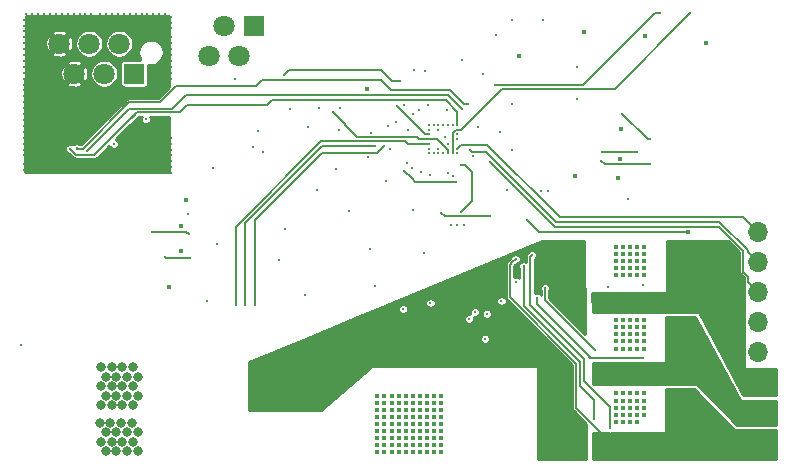
<source format=gbr>
G04 #@! TF.GenerationSoftware,KiCad,Pcbnew,5.0.2-bee76a0~70~ubuntu18.04.1*
G04 #@! TF.CreationDate,2020-05-08T14:17:04+02:00*
G04 #@! TF.ProjectId,board,626f6172-642e-46b6-9963-61645f706362,rev?*
G04 #@! TF.SameCoordinates,Original*
G04 #@! TF.FileFunction,Copper,L3,Inr*
G04 #@! TF.FilePolarity,Positive*
%FSLAX46Y46*%
G04 Gerber Fmt 4.6, Leading zero omitted, Abs format (unit mm)*
G04 Created by KiCad (PCBNEW 5.0.2-bee76a0~70~ubuntu18.04.1) date Fr 08 Mai 2020 14:17:04 CEST*
%MOMM*%
%LPD*%
G01*
G04 APERTURE LIST*
G04 #@! TA.AperFunction,ViaPad*
%ADD10O,1.700000X1.700000*%
G04 #@! TD*
G04 #@! TA.AperFunction,ViaPad*
%ADD11R,1.700000X1.700000*%
G04 #@! TD*
G04 #@! TA.AperFunction,ViaPad*
%ADD12R,1.800000X1.800000*%
G04 #@! TD*
G04 #@! TA.AperFunction,ViaPad*
%ADD13C,1.800000*%
G04 #@! TD*
G04 #@! TA.AperFunction,ViaPad*
%ADD14C,0.400000*%
G04 #@! TD*
G04 #@! TA.AperFunction,ViaPad*
%ADD15C,0.310000*%
G04 #@! TD*
G04 #@! TA.AperFunction,ViaPad*
%ADD16C,0.800000*%
G04 #@! TD*
G04 #@! TA.AperFunction,Conductor*
%ADD17C,0.152400*%
G04 #@! TD*
G04 #@! TA.AperFunction,Conductor*
%ADD18C,0.177800*%
G04 #@! TD*
G04 #@! TA.AperFunction,Conductor*
%ADD19C,0.254000*%
G04 #@! TD*
G04 APERTURE END LIST*
D10*
G04 #@! TO.N,/HALL1*
G04 #@! TO.C,J2*
X156000000Y-119329200D03*
G04 #@! TO.N,/HALL2*
X156000000Y-121869200D03*
G04 #@! TO.N,/HALL3*
X156000000Y-124409200D03*
G04 #@! TO.N,GND*
X156000000Y-126949200D03*
G04 #@! TO.N,+3V3*
X156000000Y-129489200D03*
G04 #@! TO.N,/PH1*
X156000000Y-132029200D03*
G04 #@! TO.N,/PH2*
X156000000Y-134569200D03*
D11*
G04 #@! TO.N,/PH3*
X156000000Y-137109200D03*
G04 #@! TD*
D12*
G04 #@! TO.N,/SDA*
G04 #@! TO.C,J9*
X113325000Y-101930000D03*
D13*
G04 #@! TO.N,/SCL*
X112055000Y-104470000D03*
G04 #@! TO.N,+3V3*
X110785000Y-101930000D03*
G04 #@! TO.N,GND*
X109515000Y-104470000D03*
G04 #@! TD*
G04 #@! TO.N,SHIELD*
G04 #@! TO.C,J5*
X96870000Y-103380000D03*
X98140000Y-105920000D03*
D12*
G04 #@! TO.N,/l_TX*
X103220000Y-105920000D03*
D13*
G04 #@! TO.N,/h_TX*
X101950000Y-103380000D03*
G04 #@! TO.N,/l_RX*
X100680000Y-105920000D03*
G04 #@! TO.N,/h_RX*
X99410000Y-103380000D03*
G04 #@! TD*
D14*
G04 #@! TO.N,+36V*
X129100000Y-127200000D03*
X128500000Y-127800000D03*
X124910000Y-127210000D03*
X126700000Y-127800000D03*
X129100000Y-129000000D03*
X129100000Y-127800000D03*
X128500000Y-127200000D03*
X124900000Y-129000000D03*
X126700000Y-128400000D03*
X126100000Y-127200000D03*
X126100000Y-129000000D03*
X124300000Y-127800000D03*
X126100000Y-128400000D03*
X126700000Y-127200000D03*
X123700000Y-127800000D03*
X126100000Y-127800000D03*
X127900000Y-127200000D03*
X124900000Y-127800000D03*
X127310000Y-127210000D03*
X124300000Y-128400000D03*
X127900000Y-129000000D03*
X127300000Y-127800000D03*
X123700000Y-128400000D03*
X125500000Y-129000000D03*
X125500000Y-127200000D03*
X123700000Y-127200000D03*
X124300000Y-129000000D03*
X127900000Y-127800000D03*
X127300000Y-129000000D03*
X125500000Y-128400000D03*
X128500000Y-128400000D03*
X128500000Y-129000000D03*
X123700000Y-129000000D03*
X124900000Y-128400000D03*
X129100000Y-128400000D03*
X127300000Y-128400000D03*
X127900000Y-128400000D03*
X125500000Y-127800000D03*
X126700000Y-129000000D03*
X124300000Y-127200000D03*
X141300000Y-102400000D03*
X141000000Y-120600000D03*
D15*
G04 #@! TO.N,Net-(C5-Pad2)*
X117700000Y-124650000D03*
X123600000Y-123900000D03*
X127748000Y-121100000D03*
X130050000Y-118700000D03*
G04 #@! TO.N,+3V3*
X128960000Y-112270000D03*
X128160000Y-112270000D03*
X133750000Y-106885000D03*
X111740000Y-106360000D03*
X115880000Y-106040000D03*
X125700000Y-106510000D03*
X136500000Y-118300000D03*
X133300000Y-118000000D03*
X104200000Y-109800000D03*
X134760000Y-115790000D03*
X130160000Y-110270000D03*
X126057511Y-114137511D03*
X130450000Y-115060000D03*
X128090000Y-108620000D03*
X129200000Y-117696400D03*
X129655000Y-108965000D03*
X128160000Y-110270000D03*
X147700000Y-100800000D03*
X129360000Y-112670000D03*
D14*
X150120000Y-119300000D03*
D15*
G04 #@! TO.N,Net-(DRV8323H1-Pad27)*
X126000000Y-125850000D03*
X130577003Y-118700000D03*
G04 #@! TO.N,/mosfet_bridges/GHA*
X143300000Y-124000000D03*
X131550000Y-126710000D03*
G04 #@! TO.N,/mosfet_bridges/GLA*
X146300000Y-123800000D03*
X133060000Y-126250000D03*
G04 #@! TO.N,/mosfet_bridges/GLB*
X137300000Y-124900000D03*
X146300000Y-130000000D03*
G04 #@! TO.N,/mosfet_bridges/GHB*
X142200000Y-129300000D03*
X138000000Y-124100000D03*
G04 #@! TO.N,/mosfet_bridges/GHC*
X136180000Y-122220000D03*
X142130025Y-135169975D03*
G04 #@! TO.N,/mosfet_bridges/GLC*
X136900000Y-121300000D03*
X143494805Y-135966469D03*
D14*
G04 #@! TO.N,GND*
X126800000Y-136800000D03*
X128000000Y-136800000D03*
X124400000Y-137400000D03*
X128000000Y-136200000D03*
X126200000Y-136200000D03*
X125000000Y-136200000D03*
X124400000Y-136800000D03*
X128000000Y-137400000D03*
X128600000Y-137400000D03*
X126200000Y-136800000D03*
X125010000Y-135610000D03*
X128600000Y-136800000D03*
X124400000Y-136200000D03*
X127400000Y-136800000D03*
X125600000Y-135600000D03*
X126800000Y-137400000D03*
X125000000Y-136800000D03*
X129200000Y-135600000D03*
X126800000Y-135600000D03*
X126200000Y-137400000D03*
X123800000Y-137400000D03*
X128000000Y-135600000D03*
X128600000Y-135600000D03*
X123800000Y-135600000D03*
X128600000Y-136200000D03*
X126200000Y-135600000D03*
X127410000Y-135610000D03*
X127400000Y-136200000D03*
X129200000Y-136800000D03*
X123800000Y-136800000D03*
X125600000Y-137400000D03*
X125600000Y-136200000D03*
X123800000Y-136200000D03*
X125000000Y-137400000D03*
X127400000Y-137400000D03*
X125600000Y-136800000D03*
X124400000Y-135600000D03*
X126800000Y-136200000D03*
X129200000Y-137400000D03*
X129200000Y-136200000D03*
X128600000Y-138000000D03*
X124400000Y-138000000D03*
X126800000Y-138000000D03*
X125600000Y-138000000D03*
X123800000Y-138000000D03*
X126200000Y-138000000D03*
X128000000Y-138000000D03*
X125000000Y-138000000D03*
X129200000Y-138000000D03*
X127400000Y-138000000D03*
X126800000Y-134400000D03*
X128000000Y-134400000D03*
X124400000Y-135000000D03*
X128000000Y-133800000D03*
X126200000Y-133800000D03*
X125000000Y-133800000D03*
X124400000Y-134400000D03*
X128000000Y-135000000D03*
X128600000Y-135000000D03*
X126200000Y-134400000D03*
X125010000Y-133210000D03*
X128600000Y-134400000D03*
X124400000Y-133800000D03*
X127400000Y-134400000D03*
X125600000Y-133200000D03*
X126800000Y-135000000D03*
X125000000Y-134400000D03*
X129200000Y-133200000D03*
X126800000Y-133200000D03*
X126200000Y-135000000D03*
X123800000Y-135000000D03*
X128000000Y-133200000D03*
X128600000Y-133200000D03*
X123800000Y-133200000D03*
X128600000Y-133800000D03*
X126200000Y-133200000D03*
X127410000Y-133210000D03*
X127400000Y-133800000D03*
X129200000Y-134400000D03*
X123800000Y-134400000D03*
X125600000Y-135000000D03*
X125600000Y-133800000D03*
X123800000Y-133800000D03*
X125000000Y-135000000D03*
X127400000Y-135000000D03*
X125600000Y-134400000D03*
X124400000Y-133200000D03*
X126800000Y-133800000D03*
X129200000Y-135000000D03*
X129200000Y-133800000D03*
X146400000Y-127400000D03*
X144600000Y-127400000D03*
X144600000Y-128600000D03*
X144600000Y-128000000D03*
X146400000Y-129200000D03*
X145800000Y-129200000D03*
X145200000Y-126800000D03*
X145800000Y-126800000D03*
X145800000Y-128000000D03*
X145200000Y-129200000D03*
X145200000Y-127400000D03*
X144600000Y-126800000D03*
X145800000Y-127400000D03*
X145800000Y-128600000D03*
X145200000Y-128600000D03*
X145200000Y-128000000D03*
X146400000Y-126800000D03*
X146400000Y-128000000D03*
X144600000Y-129200000D03*
X146400000Y-128600000D03*
X146400000Y-133600000D03*
X144600000Y-133600000D03*
X144600000Y-134800000D03*
X144600000Y-134200000D03*
X145800000Y-135400000D03*
X145200000Y-133000000D03*
X145800000Y-133000000D03*
X145800000Y-134200000D03*
X145200000Y-135400000D03*
X145200000Y-133600000D03*
X144600000Y-133000000D03*
X145800000Y-133600000D03*
X145800000Y-134800000D03*
X145200000Y-134800000D03*
X145200000Y-134200000D03*
X146400000Y-133000000D03*
X146400000Y-134200000D03*
X144600000Y-135400000D03*
X146400000Y-134800000D03*
X144000000Y-128000000D03*
X144000000Y-129200000D03*
X144000000Y-126800000D03*
X144000000Y-128600000D03*
X144000000Y-127400000D03*
X144000000Y-121200000D03*
X144000000Y-122400000D03*
X144000000Y-121800000D03*
X144000000Y-120600000D03*
X144000000Y-123000000D03*
X144000000Y-134800000D03*
X144000000Y-133600000D03*
X144000000Y-135400000D03*
X144000000Y-133000000D03*
X144000000Y-134200000D03*
X146400000Y-121200000D03*
X146400000Y-121800000D03*
X146400000Y-122400000D03*
X146400000Y-123000000D03*
X145800000Y-123000000D03*
X145800000Y-122400000D03*
X145800000Y-121800000D03*
X145800000Y-121200000D03*
X145800000Y-120600000D03*
X145200000Y-120600000D03*
X145200000Y-121200000D03*
X145200000Y-121800000D03*
X145200000Y-122400000D03*
X145200000Y-123000000D03*
X144600000Y-123000000D03*
X144600000Y-120600000D03*
X144600000Y-121800000D03*
X144600000Y-121200000D03*
X144600000Y-122400000D03*
D16*
X100300000Y-135500000D03*
X101200000Y-135500000D03*
X102100000Y-135500000D03*
X103000000Y-135500000D03*
X100800000Y-136300000D03*
X101700000Y-136300000D03*
X102600000Y-136300000D03*
X103500000Y-136300000D03*
X100400000Y-137100000D03*
X101300000Y-137100000D03*
X102200000Y-137100000D03*
X103100000Y-137100000D03*
X100800000Y-137900000D03*
X101700000Y-137900000D03*
X102600000Y-137900000D03*
X103500000Y-137900000D03*
D14*
X146400000Y-120600000D03*
D15*
X133860000Y-102690000D03*
X135200000Y-108500000D03*
X134200000Y-110900000D03*
X135200000Y-112400000D03*
X140700000Y-105400000D03*
X134300000Y-125167399D03*
X132900000Y-128360000D03*
X128290000Y-125350000D03*
X145000000Y-116500000D03*
X126800000Y-117500000D03*
X137812500Y-101400000D03*
X135200000Y-101400000D03*
X107800000Y-117850000D03*
X113700000Y-110800000D03*
X124510000Y-115040000D03*
X121370000Y-117590000D03*
X140680000Y-108090000D03*
X132720000Y-105960000D03*
X129550000Y-111270000D03*
X124740000Y-110340000D03*
X93610000Y-128920000D03*
X120320000Y-113980000D03*
X116000000Y-119050000D03*
X126050000Y-108610000D03*
X126360000Y-110690000D03*
G04 #@! TO.N,/HALL2*
X131610000Y-112370000D03*
G04 #@! TO.N,/HALL1*
X130560000Y-112270000D03*
G04 #@! TO.N,/HALL3*
X133330000Y-113390000D03*
D14*
G04 #@! TO.N,+5V*
X107200000Y-118800000D03*
X107200000Y-120975000D03*
X144200000Y-114800000D03*
X140500000Y-114600000D03*
X135800000Y-104400000D03*
X151600000Y-103300000D03*
X122960000Y-107250000D03*
X106180000Y-124020000D03*
X146500000Y-102700000D03*
X144316448Y-113113552D03*
X144400000Y-110600000D03*
X107590000Y-116630000D03*
G04 #@! TO.N,/PH1*
X149100000Y-124700000D03*
X149700000Y-125900000D03*
X149700000Y-124700000D03*
X149100000Y-125900000D03*
X149100000Y-125300000D03*
X149700000Y-125300000D03*
X150300000Y-125300000D03*
X150300000Y-125900000D03*
X150300000Y-124700000D03*
X151000000Y-124700000D03*
X151600000Y-125900000D03*
X151600000Y-124700000D03*
X151000000Y-125900000D03*
X151000000Y-125300000D03*
X151600000Y-125300000D03*
X152200000Y-125300000D03*
X152200000Y-125900000D03*
X152200000Y-124700000D03*
X151600000Y-122900000D03*
X152200000Y-124100000D03*
X152200000Y-122900000D03*
X151600000Y-124100000D03*
X151600000Y-123500000D03*
X152200000Y-123500000D03*
X152800000Y-123500000D03*
X152800000Y-124100000D03*
X152800000Y-122900000D03*
X152200000Y-126500000D03*
X152800000Y-127700000D03*
X152800000Y-126500000D03*
X152200000Y-127700000D03*
X152200000Y-127100000D03*
X152800000Y-127100000D03*
X153400000Y-127100000D03*
X153400000Y-127700000D03*
X153400000Y-126500000D03*
X152800000Y-124700000D03*
X153400000Y-125900000D03*
X153400000Y-124700000D03*
X152800000Y-125900000D03*
X152800000Y-125300000D03*
X153400000Y-125300000D03*
X154000000Y-125300000D03*
X154000000Y-125900000D03*
X154000000Y-124700000D03*
X151600000Y-121100000D03*
X152200000Y-121700000D03*
X152200000Y-122300000D03*
X152200000Y-121100000D03*
X151600000Y-122300000D03*
X152800000Y-122300000D03*
X152800000Y-121100000D03*
X151600000Y-121700000D03*
X152800000Y-121700000D03*
X153400000Y-122900000D03*
X154000000Y-124100000D03*
X153400000Y-124100000D03*
X153400000Y-123500000D03*
X153400000Y-121100000D03*
X153400000Y-122300000D03*
X153400000Y-121700000D03*
X154000000Y-126500000D03*
X154000000Y-127700000D03*
X154000000Y-127100000D03*
X151600000Y-126500000D03*
X152800000Y-128300000D03*
X153400000Y-128300000D03*
X154000000Y-128300000D03*
X152800000Y-128900000D03*
X153400000Y-128900000D03*
X154000000Y-128900000D03*
X154000000Y-129500000D03*
X153400000Y-129500000D03*
X154000000Y-130100000D03*
X153400000Y-130100000D03*
X154000000Y-130700000D03*
X154000000Y-131300000D03*
X144310000Y-124710000D03*
X144900000Y-125900000D03*
X144900000Y-125300000D03*
X145500000Y-124700000D03*
X144300000Y-125900000D03*
X144300000Y-125300000D03*
X145500000Y-125900000D03*
X146100000Y-124700000D03*
X144900000Y-124700000D03*
X146100000Y-125900000D03*
X145500000Y-125300000D03*
X146100000Y-125300000D03*
X146710000Y-124710000D03*
X147300000Y-125900000D03*
X147300000Y-125300000D03*
X147900000Y-124700000D03*
X146700000Y-125900000D03*
X146700000Y-125300000D03*
X147900000Y-125900000D03*
X148500000Y-124700000D03*
X147300000Y-124700000D03*
X148500000Y-125900000D03*
X147900000Y-125300000D03*
X148500000Y-125300000D03*
D15*
X132070000Y-126100000D03*
X143110000Y-126060000D03*
D14*
G04 #@! TO.N,/PH2*
X149600000Y-132000000D03*
X150200000Y-130800000D03*
X149600000Y-130800000D03*
X150200000Y-132000000D03*
X149600000Y-131400000D03*
X150200000Y-131400000D03*
X152600000Y-132000000D03*
X152600000Y-131400000D03*
X152000000Y-132000000D03*
X152000000Y-131400000D03*
X152600000Y-130800000D03*
X152000000Y-130800000D03*
X150800000Y-132000000D03*
X151400000Y-130800000D03*
X150800000Y-130800000D03*
X151400000Y-132000000D03*
X150800000Y-131400000D03*
X151400000Y-131400000D03*
X152000000Y-130200000D03*
X152000000Y-129600000D03*
X151400000Y-129000000D03*
X151400000Y-129600000D03*
X151400000Y-130200000D03*
X152600000Y-133200000D03*
X153200000Y-133200000D03*
X152600000Y-132600000D03*
X153200000Y-132600000D03*
X153200000Y-132000000D03*
X152000000Y-132600000D03*
X153800000Y-134400000D03*
X153200000Y-134400000D03*
X153800000Y-133800000D03*
X153200000Y-133800000D03*
X153800000Y-133200000D03*
X143600000Y-132000000D03*
X143600000Y-131400000D03*
X148400000Y-130800000D03*
X148400000Y-132000000D03*
X149000000Y-130800000D03*
X143600000Y-130800000D03*
X149000000Y-132000000D03*
X148400000Y-131400000D03*
X149000000Y-131400000D03*
X143100000Y-131400000D03*
X143100000Y-132000000D03*
D15*
X135548036Y-123532076D03*
D14*
X143110000Y-130810000D03*
G04 #@! TO.N,/PH3*
X149100000Y-137900000D03*
X150300000Y-137900000D03*
X149100000Y-138500000D03*
X148500000Y-137300000D03*
X149700000Y-138500000D03*
X149700000Y-137300000D03*
X150900000Y-137300000D03*
X151500000Y-138500000D03*
X149100000Y-136700000D03*
X149710000Y-136710000D03*
X151500000Y-137300000D03*
X148500000Y-138500000D03*
X149700000Y-137900000D03*
X148500000Y-137900000D03*
X150300000Y-138500000D03*
X151500000Y-137900000D03*
X150900000Y-136700000D03*
X150900000Y-137900000D03*
X151500000Y-136700000D03*
X150900000Y-138500000D03*
X149100000Y-137300000D03*
X150300000Y-136700000D03*
X148500000Y-136700000D03*
X150300000Y-137300000D03*
X152110000Y-136710000D03*
X153900000Y-137300000D03*
X152100000Y-138500000D03*
X153900000Y-137900000D03*
X153300000Y-136700000D03*
X153300000Y-138500000D03*
X153300000Y-137900000D03*
X153900000Y-136700000D03*
X153300000Y-137300000D03*
X152100000Y-137300000D03*
X152700000Y-138500000D03*
X152700000Y-136700000D03*
X152700000Y-137900000D03*
X152100000Y-137900000D03*
X152700000Y-137300000D03*
X153900000Y-138500000D03*
X153300000Y-136100000D03*
X151500000Y-136100000D03*
X151500000Y-135500000D03*
X152700000Y-135500000D03*
X152110000Y-135510000D03*
X152100000Y-136100000D03*
X152700000Y-136100000D03*
X151500000Y-134900000D03*
X152110000Y-134910000D03*
X151500000Y-134300000D03*
X143610000Y-136710000D03*
X144200000Y-137900000D03*
X144200000Y-137300000D03*
X144800000Y-136700000D03*
X143600000Y-137900000D03*
X143600000Y-137300000D03*
X144800000Y-137900000D03*
X145400000Y-136700000D03*
X144200000Y-136700000D03*
X145400000Y-137900000D03*
X144800000Y-137300000D03*
X145400000Y-137300000D03*
X143600000Y-138500000D03*
X145400000Y-138500000D03*
X144800000Y-138500000D03*
X144200000Y-138500000D03*
X146000000Y-137900000D03*
X147800000Y-137900000D03*
X147800000Y-138500000D03*
X147200000Y-137300000D03*
X147800000Y-136700000D03*
X146600000Y-136700000D03*
X146010000Y-136710000D03*
X147200000Y-138500000D03*
X146000000Y-137300000D03*
X147200000Y-137900000D03*
X146000000Y-138500000D03*
X146600000Y-138500000D03*
X146600000Y-137300000D03*
X147800000Y-137300000D03*
X147200000Y-136700000D03*
X146600000Y-137900000D03*
D15*
X135500000Y-121608700D03*
G04 #@! TO.N,SHIELD*
X104940000Y-106980000D03*
X105300000Y-106350000D03*
X105500000Y-105660000D03*
X104390000Y-107420000D03*
X103690000Y-107560000D03*
X102950000Y-107640000D03*
X102270000Y-107670000D03*
X106350000Y-106350000D03*
X106350000Y-105850000D03*
X106350000Y-105350000D03*
X106350000Y-104850000D03*
X106350000Y-104350000D03*
X106350000Y-103850000D03*
X106350000Y-103350000D03*
X106350000Y-102850000D03*
X106350000Y-102100000D03*
X106350000Y-101600000D03*
X106350000Y-101100000D03*
X105830000Y-100870000D03*
X105330000Y-100870000D03*
X104830000Y-100870000D03*
X104330000Y-100870000D03*
X103830000Y-100870000D03*
X103330000Y-100870000D03*
X102830000Y-100870000D03*
X102330000Y-100870000D03*
X101830000Y-100870000D03*
X101330000Y-100870000D03*
X100830000Y-100870000D03*
X100330000Y-100870000D03*
X99580000Y-100870000D03*
X99080000Y-100870000D03*
X98580000Y-100870000D03*
X98080000Y-100870000D03*
X97580000Y-100870000D03*
X97080000Y-100870000D03*
X96580000Y-100870000D03*
X96080000Y-100870000D03*
X95580000Y-100870000D03*
X95080000Y-100870000D03*
X94580000Y-100870000D03*
X94080000Y-100870000D03*
X93850000Y-101350000D03*
X93850000Y-101850000D03*
X93850000Y-102350000D03*
X93850000Y-102850000D03*
X93850000Y-103350000D03*
X93850000Y-103850000D03*
X93850000Y-104350000D03*
X93850000Y-104850000D03*
X93850000Y-105350000D03*
X93850000Y-105850000D03*
X93850000Y-106350000D03*
X93850000Y-106850000D03*
X93850000Y-107350000D03*
X93850000Y-107850000D03*
X93850000Y-108350000D03*
X93850000Y-108850000D03*
X93850000Y-109350000D03*
X93850000Y-109850000D03*
X93850000Y-110350000D03*
X93850000Y-110850000D03*
X93850000Y-111350000D03*
X93850000Y-111850000D03*
X93850000Y-112350000D03*
X93850000Y-112850000D03*
X93850000Y-113600000D03*
X93850000Y-114100000D03*
X94370000Y-114330000D03*
X94870000Y-114330000D03*
X95370000Y-114330000D03*
X95870000Y-114330000D03*
X96370000Y-114330000D03*
X96870000Y-114330000D03*
X97370000Y-114330000D03*
X97870000Y-114330000D03*
X98370000Y-114330000D03*
X98870000Y-114330000D03*
X99370000Y-114330000D03*
X99870000Y-114330000D03*
X100370000Y-114330000D03*
X100870000Y-114330000D03*
X101370000Y-114330000D03*
X101870000Y-114330000D03*
X102370000Y-114330000D03*
X102870000Y-114330000D03*
X103370000Y-114330000D03*
X103870000Y-114330000D03*
X104370000Y-114330000D03*
X104870000Y-114330000D03*
X105370000Y-114330000D03*
X105870000Y-114330000D03*
X106350000Y-114330000D03*
X106350000Y-113850000D03*
X106350000Y-113350000D03*
X106350000Y-112850000D03*
X106300000Y-112400000D03*
X106300000Y-111900000D03*
X106300000Y-111400000D03*
G04 #@! TO.N,Net-(R13-Pad1)*
X145785000Y-112600000D03*
X142817600Y-112590000D03*
G04 #@! TO.N,Net-(R13-Pad2)*
X142762409Y-113295191D03*
X146915000Y-113600000D03*
G04 #@! TO.N,Net-(R10-Pad2)*
X105820000Y-121420000D03*
X107910000Y-121529400D03*
G04 #@! TO.N,Net-(R11-Pad2)*
X146915000Y-111500000D03*
X144500000Y-109300000D03*
G04 #@! TO.N,/NEOPXL*
X109370000Y-125170000D03*
X130560000Y-111470000D03*
G04 #@! TO.N,/Encoder1_A*
X115450000Y-121670000D03*
X138270000Y-115830000D03*
G04 #@! TO.N,/Encoder1_B*
X110245000Y-120325000D03*
X137660000Y-115820000D03*
G04 #@! TO.N,Net-(DRV8323H1-Pad26)*
X123200000Y-120750000D03*
X131103901Y-118710475D03*
G04 #@! TO.N,/term_te*
X101500000Y-111900000D03*
X109900000Y-113900000D03*
G04 #@! TO.N,/SDA*
X114110000Y-112540000D03*
X126300000Y-113500000D03*
G04 #@! TO.N,/SCL*
X113250000Y-112100000D03*
X124840000Y-112340000D03*
D16*
G04 #@! TO.N,Net-(D1-Pad2)*
X100800000Y-133200000D03*
X101700000Y-133200000D03*
X102600000Y-133200000D03*
X103500000Y-133200000D03*
X100400000Y-130800000D03*
X101300000Y-130800000D03*
X102200000Y-130800000D03*
X103100000Y-130800000D03*
X100800000Y-131600000D03*
X101700000Y-131600000D03*
X102600000Y-131600000D03*
X103500000Y-131600000D03*
X100400000Y-132400000D03*
X101300000Y-132400000D03*
X102200000Y-132400000D03*
X103100000Y-132400000D03*
X100400000Y-134000000D03*
X101300000Y-134000000D03*
X102200000Y-134000000D03*
X103100000Y-134000000D03*
D15*
G04 #@! TO.N,/DE*
X131450000Y-108470000D03*
X98330000Y-112240000D03*
G04 #@! TO.N,Net-(R34-Pad2)*
X104690000Y-119340000D03*
X107830000Y-119540000D03*
G04 #@! TO.N,/INLC*
X128160000Y-112670000D03*
X126743959Y-113953959D03*
G04 #@! TO.N,/INLB*
X128560000Y-112670000D03*
X127458552Y-114268552D03*
G04 #@! TO.N,/INLA*
X128960000Y-112670000D03*
X128260000Y-114540000D03*
G04 #@! TO.N,+1V2*
X130560000Y-111070000D03*
X129760000Y-111870000D03*
X126900000Y-105600000D03*
X131000000Y-104800000D03*
X125400000Y-110000000D03*
X132300000Y-110400000D03*
G04 #@! TO.N,USB_PU*
X118880000Y-108800000D03*
X130170000Y-114630000D03*
G04 #@! TO.N,USB_P*
X120070000Y-109170000D03*
X129760000Y-112670000D03*
G04 #@! TO.N,USB_N*
X120670000Y-108810000D03*
X129760000Y-114310000D03*
G04 #@! TO.N,82*
X118650000Y-115810000D03*
X129760000Y-110270000D03*
G04 #@! TO.N,109*
X127300000Y-109000000D03*
X116400000Y-108930000D03*
G04 #@! TO.N,CRESET_B*
X128960000Y-110270000D03*
X127810000Y-105680000D03*
G04 #@! TO.N,/RX*
X97770000Y-112270000D03*
X130560000Y-110270000D03*
G04 #@! TO.N,/TX*
X130940000Y-108880000D03*
X99220000Y-112444400D03*
G04 #@! TO.N,/CS_MISO*
X113400000Y-125500000D03*
X124330000Y-112080000D03*
G04 #@! TO.N,/CS_CLK*
X112600000Y-125500000D03*
X123560000Y-112060000D03*
G04 #@! TO.N,/CS*
X111800000Y-125500000D03*
X128160000Y-111870000D03*
G04 #@! TO.N,/iCE40LP/SCK*
X120530000Y-110710000D03*
X117950000Y-110400000D03*
X128160000Y-110670000D03*
X126810000Y-109340000D03*
G04 #@! TO.N,/iCE40LP/SDO*
X128960000Y-110670000D03*
X129360000Y-110270000D03*
X123230000Y-110940000D03*
G04 #@! TO.N,/iCE40LP/SDI*
X123000000Y-113001600D03*
X128560000Y-110270000D03*
G04 #@! TO.N,/iCE40LP/SS*
X128160000Y-111070000D03*
X125470000Y-108644400D03*
G04 #@! TO.N,/iCE40LP/CLK*
X130560000Y-112670000D03*
X131900000Y-112925599D03*
G04 #@! TO.N,/iCE40LP/LED*
X150300000Y-100800000D03*
X130160000Y-112670000D03*
G04 #@! TO.N,/nFault*
X130910000Y-113650000D03*
X130900000Y-117600000D03*
G04 #@! TD*
D17*
G04 #@! TO.N,+3V3*
X129500000Y-118000000D02*
X133300000Y-118000000D01*
X129200000Y-117700000D02*
X129500000Y-118000000D01*
X133750000Y-106885000D02*
X141215000Y-106885000D01*
X141215000Y-106885000D02*
X147300000Y-100800000D01*
X136500000Y-118300000D02*
X137500000Y-119300000D01*
X147300000Y-100800000D02*
X147700000Y-100800000D01*
X125700000Y-106510000D02*
X125040000Y-106510000D01*
X125040000Y-106510000D02*
X124110000Y-105580000D01*
X116340000Y-105580000D02*
X115880000Y-106040000D01*
X124110000Y-105580000D02*
X116340000Y-105580000D01*
X126980000Y-115060000D02*
X130450000Y-115060000D01*
X126057511Y-114137511D02*
X126700000Y-114780000D01*
X126700000Y-114780000D02*
X126980000Y-115060000D01*
X150120000Y-119277506D02*
X150110013Y-119267519D01*
X150120000Y-119300000D02*
X150120000Y-119277506D01*
X137500000Y-119300000D02*
X150120000Y-119300000D01*
X150120000Y-119300000D02*
X150120000Y-119300000D01*
G04 #@! TO.N,/mosfet_bridges/GLB*
X137300000Y-124900000D02*
X137300000Y-125465685D01*
X141834315Y-130000000D02*
X141600000Y-129765685D01*
X137300000Y-125465685D02*
X141600000Y-129765685D01*
X146300000Y-130000000D02*
X141834315Y-130000000D01*
X141600000Y-129765685D02*
X141775616Y-129941301D01*
G04 #@! TO.N,/mosfet_bridges/GHB*
X138000000Y-125100000D02*
X142200000Y-129300000D01*
X138000000Y-124100000D02*
X138000000Y-125100000D01*
D18*
G04 #@! TO.N,/mosfet_bridges/GHC*
X136180000Y-122220000D02*
X136180000Y-125560000D01*
X136180000Y-125560000D02*
X140960000Y-130340000D01*
X140960000Y-130340000D02*
X140960000Y-132400000D01*
X142130025Y-133570025D02*
X142130025Y-135169975D01*
X140960000Y-132400000D02*
X142130025Y-133570025D01*
G04 #@! TO.N,/mosfet_bridges/GLC*
X136745001Y-121454999D02*
X136745001Y-125545001D01*
X136900000Y-121300000D02*
X136745001Y-121454999D01*
X136745001Y-125545001D02*
X141300000Y-130100000D01*
X141300000Y-130100000D02*
X141300000Y-131970000D01*
X143494805Y-134164805D02*
X143494805Y-135966469D01*
X141300000Y-131970000D02*
X143494805Y-134164805D01*
D17*
G04 #@! TO.N,/HALL2*
X131610000Y-112370000D02*
X131809999Y-112569999D01*
X155390800Y-121260000D02*
X156000000Y-121869200D01*
X131809999Y-112569999D02*
X132799999Y-112569999D01*
X133036289Y-112569999D02*
X138936290Y-118470000D01*
X132799999Y-112569999D02*
X133036289Y-112569999D01*
X155150001Y-120897869D02*
X152712132Y-118460000D01*
X152712132Y-118460000D02*
X149400000Y-118460000D01*
X155150001Y-121019201D02*
X155150001Y-120897869D01*
X156000000Y-121869200D02*
X155150001Y-121019201D01*
X138936290Y-118470000D02*
X149400000Y-118460000D01*
G04 #@! TO.N,/HALL1*
X139270000Y-118100000D02*
X154770800Y-118100000D01*
X133111399Y-111941399D02*
X139270000Y-118100000D01*
X155250800Y-118580000D02*
X156000000Y-119329200D01*
X154770800Y-118100000D02*
X155250800Y-118580000D01*
X130888601Y-111941399D02*
X133111399Y-111941399D01*
X130641169Y-112188831D02*
X130888601Y-111941399D01*
G04 #@! TO.N,/HALL3*
X133330000Y-113390000D02*
X138810000Y-118870000D01*
X138810000Y-118870000D02*
X138820000Y-118870000D01*
X138870000Y-118920000D02*
X139410000Y-118920000D01*
X138820000Y-118870000D02*
X138870000Y-118920000D01*
X155165400Y-123574600D02*
X155165400Y-123105400D01*
X155165400Y-123105400D02*
X154750000Y-122690000D01*
X155165400Y-123574600D02*
X156000000Y-124409200D01*
X152731066Y-118910000D02*
X152650000Y-118910000D01*
X154750000Y-120928934D02*
X152731066Y-118910000D01*
X154750000Y-122690000D02*
X154750000Y-120928934D01*
X139410000Y-118920000D02*
X152650000Y-118910000D01*
G04 #@! TO.N,/PH3*
X143327158Y-136710000D02*
X143610000Y-136710000D01*
X143102320Y-136710000D02*
X143327158Y-136710000D01*
X140642490Y-134250170D02*
X143102320Y-136710000D01*
X135500000Y-121608700D02*
X135226835Y-121881865D01*
X135226835Y-121881865D02*
X135226835Y-121883165D01*
X135010000Y-122100000D02*
X135010000Y-124840000D01*
X135226835Y-121883165D02*
X135010000Y-122100000D01*
X135010000Y-124840000D02*
X140642490Y-130472490D01*
X140642490Y-130472490D02*
X140642490Y-134250170D01*
G04 #@! TO.N,Net-(R13-Pad1)*
X142827600Y-112600000D02*
X142817600Y-112590000D01*
X145785000Y-112600000D02*
X142827600Y-112600000D01*
G04 #@! TO.N,Net-(R13-Pad2)*
X143067218Y-113600000D02*
X142762409Y-113295191D01*
X146915000Y-113600000D02*
X143067218Y-113600000D01*
G04 #@! TO.N,Net-(R10-Pad2)*
X105929400Y-121529400D02*
X105820000Y-121420000D01*
X107910000Y-121529400D02*
X105929400Y-121529400D01*
G04 #@! TO.N,Net-(R11-Pad2)*
X146915000Y-111500000D02*
X146700000Y-111500000D01*
X146700000Y-111500000D02*
X144500000Y-109300000D01*
G04 #@! TO.N,/DE*
X131167158Y-108470000D02*
X131450000Y-108470000D01*
X129967158Y-107270000D02*
X131167158Y-108470000D01*
X124940000Y-107270000D02*
X129967158Y-107270000D01*
X124138601Y-106468601D02*
X124940000Y-107270000D01*
X113540000Y-106950000D02*
X114021399Y-106468601D01*
X98360000Y-112270000D02*
X98860000Y-112270000D01*
X98330000Y-112240000D02*
X98360000Y-112270000D01*
X114021399Y-106468601D02*
X124138601Y-106468601D01*
X102770000Y-108360000D02*
X105360000Y-108360000D01*
X106771601Y-106948399D02*
X113540000Y-106948399D01*
X113540000Y-106948399D02*
X113540000Y-106950000D01*
X98860000Y-112270000D02*
X102770000Y-108360000D01*
X105360000Y-108360000D02*
X106771601Y-106948399D01*
G04 #@! TO.N,Net-(R34-Pad2)*
X104690000Y-119340000D02*
X107630000Y-119340000D01*
X107630000Y-119340000D02*
X107830000Y-119540000D01*
G04 #@! TO.N,USB_P*
X120070000Y-109170000D02*
X120138601Y-109238601D01*
X122114563Y-111281201D02*
X121079299Y-110245937D01*
X127171201Y-111281201D02*
X122114563Y-111281201D01*
X129760000Y-112374978D02*
X129205022Y-111820000D01*
X129760000Y-112670000D02*
X129760000Y-112374978D01*
X121079299Y-110245937D02*
X121079299Y-110179299D01*
X129205022Y-111820000D02*
X129205022Y-111815022D01*
X129205022Y-111815022D02*
X128860000Y-111470000D01*
X121079299Y-110179299D02*
X120070000Y-109170000D01*
X128860000Y-111470000D02*
X127360000Y-111470000D01*
X127360000Y-111470000D02*
X127171201Y-111281201D01*
G04 #@! TO.N,/RX*
X114472410Y-108610000D02*
X114892410Y-108190000D01*
X114892410Y-108190000D02*
X129600000Y-108190000D01*
X107050000Y-109200000D02*
X107640000Y-108610000D01*
X98300000Y-112800000D02*
X99840000Y-112800000D01*
X97770000Y-112270000D02*
X98300000Y-112800000D01*
X103440000Y-109200000D02*
X107050000Y-109200000D01*
X107640000Y-108610000D02*
X114472410Y-108610000D01*
X129600000Y-108190000D02*
X129615670Y-108190000D01*
X130560000Y-110128579D02*
X130560000Y-109130000D01*
X130560000Y-110270000D02*
X130560000Y-110128579D01*
X129615670Y-108190000D02*
X130560000Y-109130000D01*
X102520000Y-110120000D02*
X103240000Y-109400000D01*
X102520000Y-110120000D02*
X103440000Y-109200000D01*
X99840000Y-112800000D02*
X102520000Y-110120000D01*
G04 #@! TO.N,/TX*
X130940000Y-108880000D02*
X130740001Y-108680001D01*
X107580000Y-107720000D02*
X106560000Y-108740000D01*
X106404810Y-108895190D02*
X107580000Y-107720000D01*
X102769210Y-108895190D02*
X106404810Y-108895190D01*
X99220000Y-112444400D02*
X102769210Y-108895190D01*
X129780000Y-107720000D02*
X130940000Y-108880000D01*
X107580000Y-107720000D02*
X129780000Y-107720000D01*
G04 #@! TO.N,/CS_MISO*
X124165001Y-112244999D02*
X124330000Y-112080000D01*
X123776601Y-112633399D02*
X124165001Y-112244999D01*
X119086601Y-112633399D02*
X123776601Y-112633399D01*
X113400000Y-118320000D02*
X119086601Y-112633399D01*
X113400000Y-125500000D02*
X113400000Y-118320000D01*
G04 #@! TO.N,/CS_CLK*
X119100000Y-112040000D02*
X112600000Y-118540000D01*
X112600000Y-118540000D02*
X112600000Y-125500000D01*
X123120000Y-112040000D02*
X119100000Y-112040000D01*
X123120000Y-112040000D02*
X123540000Y-112040000D01*
X123540000Y-112040000D02*
X123560000Y-112060000D01*
G04 #@! TO.N,/CS*
X111830000Y-122270000D02*
X111830000Y-118870000D01*
X111800000Y-125217158D02*
X111830000Y-122270000D01*
X111830000Y-118870000D02*
X119040000Y-111660000D01*
X111800000Y-125500000D02*
X111800000Y-125217158D01*
X123300000Y-111660000D02*
X123303801Y-111656199D01*
X119040000Y-111660000D02*
X123300000Y-111660000D01*
X124906199Y-111656199D02*
X126156199Y-111656199D01*
X123303801Y-111656199D02*
X124906199Y-111656199D01*
X126370000Y-111870000D02*
X128160000Y-111870000D01*
X126156199Y-111656199D02*
X126370000Y-111870000D01*
G04 #@! TO.N,/iCE40LP/SS*
X128071302Y-111070000D02*
X128182202Y-111070000D01*
X127835670Y-111070000D02*
X128160000Y-111070000D01*
X125470000Y-108644400D02*
X125470000Y-108704330D01*
X125470000Y-108704330D02*
X127835670Y-111070000D01*
G04 #@! TO.N,/iCE40LP/LED*
X143910190Y-107189810D02*
X150100001Y-100999999D01*
X134476237Y-107189810D02*
X143910190Y-107189810D01*
X130160000Y-110965022D02*
X130445022Y-110680000D01*
X130160000Y-112670000D02*
X130160000Y-110965022D01*
X134480000Y-107190000D02*
X134476237Y-107189810D01*
X130445022Y-110680000D02*
X130880000Y-110680000D01*
X150100001Y-100999999D02*
X150300000Y-100800000D01*
X130880000Y-110680000D02*
X134370000Y-107190000D01*
X134370000Y-107190000D02*
X134480000Y-107190000D01*
G04 #@! TO.N,/nFault*
X131800000Y-114257158D02*
X131192842Y-113650000D01*
X131192842Y-113650000D02*
X130910000Y-113650000D01*
X131800000Y-116700000D02*
X131800000Y-114257158D01*
X130900000Y-117600000D02*
X131800000Y-116700000D01*
G04 #@! TD*
D19*
G04 #@! TO.N,SHIELD*
G36*
X106173000Y-101026819D02*
X106173000Y-107044106D01*
X105212707Y-108004400D01*
X102787455Y-108004400D01*
X102769999Y-108002681D01*
X102752544Y-108004400D01*
X102752537Y-108004400D01*
X102707187Y-108008867D01*
X102700289Y-108009546D01*
X102671102Y-108018400D01*
X102633260Y-108029879D01*
X102571484Y-108062899D01*
X102517337Y-108107337D01*
X102506206Y-108120900D01*
X98712707Y-111914400D01*
X98618735Y-111914400D01*
X98606914Y-111902579D01*
X98535766Y-111855040D01*
X98456710Y-111822294D01*
X98372785Y-111805600D01*
X98287215Y-111805600D01*
X98203290Y-111822294D01*
X98124234Y-111855040D01*
X98053086Y-111902579D01*
X98032630Y-111923035D01*
X97975766Y-111885040D01*
X97896710Y-111852294D01*
X97812785Y-111835600D01*
X97727215Y-111835600D01*
X97643290Y-111852294D01*
X97564234Y-111885040D01*
X97493086Y-111932579D01*
X97432579Y-111993086D01*
X97385040Y-112064234D01*
X97352294Y-112143290D01*
X97335600Y-112227215D01*
X97335600Y-112312785D01*
X97352294Y-112396710D01*
X97385040Y-112475766D01*
X97432579Y-112546914D01*
X97493086Y-112607421D01*
X97564234Y-112654960D01*
X97643290Y-112687706D01*
X97695123Y-112698016D01*
X98036210Y-113039105D01*
X98047337Y-113052663D01*
X98060895Y-113063790D01*
X98060900Y-113063795D01*
X98095078Y-113091844D01*
X98101484Y-113097101D01*
X98163260Y-113130121D01*
X98201102Y-113141600D01*
X98230289Y-113150454D01*
X98237187Y-113151133D01*
X98282537Y-113155600D01*
X98282544Y-113155600D01*
X98299999Y-113157319D01*
X98317454Y-113155600D01*
X99822545Y-113155600D01*
X99840000Y-113157319D01*
X99857455Y-113155600D01*
X99857463Y-113155600D01*
X99909710Y-113150454D01*
X99976740Y-113130121D01*
X100038516Y-113097101D01*
X100092663Y-113052663D01*
X100103799Y-113039094D01*
X101092220Y-112050674D01*
X101115040Y-112105766D01*
X101162579Y-112176914D01*
X101223086Y-112237421D01*
X101294234Y-112284960D01*
X101373290Y-112317706D01*
X101457215Y-112334400D01*
X101542785Y-112334400D01*
X101626710Y-112317706D01*
X101705766Y-112284960D01*
X101776914Y-112237421D01*
X101837421Y-112176914D01*
X101884960Y-112105766D01*
X101917706Y-112026710D01*
X101934400Y-111942785D01*
X101934400Y-111857215D01*
X101917706Y-111773290D01*
X101884960Y-111694234D01*
X101837421Y-111623086D01*
X101776914Y-111562579D01*
X101705766Y-111515040D01*
X101650674Y-111492220D01*
X102783795Y-110359100D01*
X102783804Y-110359089D01*
X103587295Y-109555600D01*
X103840854Y-109555600D01*
X103815040Y-109594234D01*
X103782294Y-109673290D01*
X103765600Y-109757215D01*
X103765600Y-109842785D01*
X103782294Y-109926710D01*
X103815040Y-110005766D01*
X103862579Y-110076914D01*
X103923086Y-110137421D01*
X103994234Y-110184960D01*
X104073290Y-110217706D01*
X104157215Y-110234400D01*
X104242785Y-110234400D01*
X104326710Y-110217706D01*
X104405766Y-110184960D01*
X104476914Y-110137421D01*
X104537421Y-110076914D01*
X104584960Y-110005766D01*
X104617706Y-109926710D01*
X104634400Y-109842785D01*
X104634400Y-109757215D01*
X104617706Y-109673290D01*
X104584960Y-109594234D01*
X104559146Y-109555600D01*
X106173000Y-109555600D01*
X106173000Y-114273000D01*
X93928267Y-114273000D01*
X94002481Y-106793278D01*
X97446327Y-106793278D01*
X97550168Y-106947899D01*
X97762034Y-107043218D01*
X97988426Y-107095373D01*
X98220643Y-107102359D01*
X98449760Y-107063907D01*
X98666973Y-106981497D01*
X98729832Y-106947899D01*
X98833673Y-106793278D01*
X98140000Y-106099605D01*
X97446327Y-106793278D01*
X94002481Y-106793278D01*
X94010346Y-106000643D01*
X96957641Y-106000643D01*
X96996093Y-106229760D01*
X97078503Y-106446973D01*
X97112101Y-106509832D01*
X97266722Y-106613673D01*
X97960395Y-105920000D01*
X98319605Y-105920000D01*
X99013278Y-106613673D01*
X99167899Y-106509832D01*
X99263218Y-106297966D01*
X99315373Y-106071574D01*
X99322359Y-105839357D01*
X99316399Y-105803839D01*
X99500600Y-105803839D01*
X99500600Y-106036161D01*
X99545923Y-106264018D01*
X99634829Y-106478656D01*
X99763900Y-106671824D01*
X99928176Y-106836100D01*
X100121344Y-106965171D01*
X100335982Y-107054077D01*
X100563839Y-107099400D01*
X100796161Y-107099400D01*
X101024018Y-107054077D01*
X101238656Y-106965171D01*
X101431824Y-106836100D01*
X101596100Y-106671824D01*
X101725171Y-106478656D01*
X101814077Y-106264018D01*
X101859400Y-106036161D01*
X101859400Y-105803839D01*
X101814077Y-105575982D01*
X101725171Y-105361344D01*
X101596100Y-105168176D01*
X101447924Y-105020000D01*
X102039249Y-105020000D01*
X102039249Y-106820000D01*
X102044644Y-106874772D01*
X102060620Y-106927439D01*
X102086564Y-106975977D01*
X102121479Y-107018521D01*
X102164023Y-107053436D01*
X102212561Y-107079380D01*
X102265228Y-107095356D01*
X102320000Y-107100751D01*
X104120000Y-107100751D01*
X104174772Y-107095356D01*
X104227439Y-107079380D01*
X104275977Y-107053436D01*
X104318521Y-107018521D01*
X104353436Y-106975977D01*
X104379380Y-106927439D01*
X104395356Y-106874772D01*
X104400751Y-106820000D01*
X104400751Y-105174539D01*
X104513920Y-105197050D01*
X104726080Y-105197050D01*
X104934164Y-105155659D01*
X105130174Y-105074469D01*
X105306579Y-104956599D01*
X105456599Y-104806579D01*
X105574469Y-104630174D01*
X105655659Y-104434164D01*
X105697050Y-104226080D01*
X105697050Y-104013920D01*
X105655659Y-103805836D01*
X105574469Y-103609826D01*
X105456599Y-103433421D01*
X105306579Y-103283401D01*
X105130174Y-103165531D01*
X104934164Y-103084341D01*
X104726080Y-103042950D01*
X104513920Y-103042950D01*
X104305836Y-103084341D01*
X104109826Y-103165531D01*
X103933421Y-103283401D01*
X103783401Y-103433421D01*
X103665531Y-103609826D01*
X103584341Y-103805836D01*
X103542950Y-104013920D01*
X103542950Y-104226080D01*
X103584341Y-104434164D01*
X103665531Y-104630174D01*
X103738413Y-104739249D01*
X102320000Y-104739249D01*
X102265228Y-104744644D01*
X102212561Y-104760620D01*
X102164023Y-104786564D01*
X102121479Y-104821479D01*
X102086564Y-104864023D01*
X102060620Y-104912561D01*
X102044644Y-104965228D01*
X102039249Y-105020000D01*
X101447924Y-105020000D01*
X101431824Y-105003900D01*
X101238656Y-104874829D01*
X101024018Y-104785923D01*
X100796161Y-104740600D01*
X100563839Y-104740600D01*
X100335982Y-104785923D01*
X100121344Y-104874829D01*
X99928176Y-105003900D01*
X99763900Y-105168176D01*
X99634829Y-105361344D01*
X99545923Y-105575982D01*
X99500600Y-105803839D01*
X99316399Y-105803839D01*
X99283907Y-105610240D01*
X99201497Y-105393027D01*
X99167899Y-105330168D01*
X99013278Y-105226327D01*
X98319605Y-105920000D01*
X97960395Y-105920000D01*
X97266722Y-105226327D01*
X97112101Y-105330168D01*
X97016782Y-105542034D01*
X96964627Y-105768426D01*
X96957641Y-106000643D01*
X94010346Y-106000643D01*
X94019811Y-105046722D01*
X97446327Y-105046722D01*
X98140000Y-105740395D01*
X98833673Y-105046722D01*
X98729832Y-104892101D01*
X98517966Y-104796782D01*
X98291574Y-104744627D01*
X98059357Y-104737641D01*
X97830240Y-104776093D01*
X97613027Y-104858503D01*
X97550168Y-104892101D01*
X97446327Y-105046722D01*
X94019811Y-105046722D01*
X94027684Y-104253278D01*
X96176327Y-104253278D01*
X96280168Y-104407899D01*
X96492034Y-104503218D01*
X96718426Y-104555373D01*
X96950643Y-104562359D01*
X97179760Y-104523907D01*
X97396973Y-104441497D01*
X97459832Y-104407899D01*
X97563673Y-104253278D01*
X96870000Y-103559605D01*
X96176327Y-104253278D01*
X94027684Y-104253278D01*
X94035549Y-103460643D01*
X95687641Y-103460643D01*
X95726093Y-103689760D01*
X95808503Y-103906973D01*
X95842101Y-103969832D01*
X95996722Y-104073673D01*
X96690395Y-103380000D01*
X97049605Y-103380000D01*
X97743278Y-104073673D01*
X97897899Y-103969832D01*
X97993218Y-103757966D01*
X98045373Y-103531574D01*
X98052359Y-103299357D01*
X98046399Y-103263839D01*
X98230600Y-103263839D01*
X98230600Y-103496161D01*
X98275923Y-103724018D01*
X98364829Y-103938656D01*
X98493900Y-104131824D01*
X98658176Y-104296100D01*
X98851344Y-104425171D01*
X99065982Y-104514077D01*
X99293839Y-104559400D01*
X99526161Y-104559400D01*
X99754018Y-104514077D01*
X99968656Y-104425171D01*
X100161824Y-104296100D01*
X100326100Y-104131824D01*
X100455171Y-103938656D01*
X100544077Y-103724018D01*
X100589400Y-103496161D01*
X100589400Y-103263839D01*
X100770600Y-103263839D01*
X100770600Y-103496161D01*
X100815923Y-103724018D01*
X100904829Y-103938656D01*
X101033900Y-104131824D01*
X101198176Y-104296100D01*
X101391344Y-104425171D01*
X101605982Y-104514077D01*
X101833839Y-104559400D01*
X102066161Y-104559400D01*
X102294018Y-104514077D01*
X102508656Y-104425171D01*
X102701824Y-104296100D01*
X102866100Y-104131824D01*
X102995171Y-103938656D01*
X103084077Y-103724018D01*
X103129400Y-103496161D01*
X103129400Y-103263839D01*
X103084077Y-103035982D01*
X102995171Y-102821344D01*
X102866100Y-102628176D01*
X102701824Y-102463900D01*
X102508656Y-102334829D01*
X102294018Y-102245923D01*
X102066161Y-102200600D01*
X101833839Y-102200600D01*
X101605982Y-102245923D01*
X101391344Y-102334829D01*
X101198176Y-102463900D01*
X101033900Y-102628176D01*
X100904829Y-102821344D01*
X100815923Y-103035982D01*
X100770600Y-103263839D01*
X100589400Y-103263839D01*
X100544077Y-103035982D01*
X100455171Y-102821344D01*
X100326100Y-102628176D01*
X100161824Y-102463900D01*
X99968656Y-102334829D01*
X99754018Y-102245923D01*
X99526161Y-102200600D01*
X99293839Y-102200600D01*
X99065982Y-102245923D01*
X98851344Y-102334829D01*
X98658176Y-102463900D01*
X98493900Y-102628176D01*
X98364829Y-102821344D01*
X98275923Y-103035982D01*
X98230600Y-103263839D01*
X98046399Y-103263839D01*
X98013907Y-103070240D01*
X97931497Y-102853027D01*
X97897899Y-102790168D01*
X97743278Y-102686327D01*
X97049605Y-103380000D01*
X96690395Y-103380000D01*
X95996722Y-102686327D01*
X95842101Y-102790168D01*
X95746782Y-103002034D01*
X95694627Y-103228426D01*
X95687641Y-103460643D01*
X94035549Y-103460643D01*
X94045014Y-102506722D01*
X96176327Y-102506722D01*
X96870000Y-103200395D01*
X97563673Y-102506722D01*
X97459832Y-102352101D01*
X97247966Y-102256782D01*
X97021574Y-102204627D01*
X96789357Y-102197641D01*
X96560240Y-102236093D01*
X96343027Y-102318503D01*
X96280168Y-102352101D01*
X96176327Y-102506722D01*
X94045014Y-102506722D01*
X94059870Y-101009554D01*
X106173000Y-101026819D01*
X106173000Y-101026819D01*
G37*
X106173000Y-101026819D02*
X106173000Y-107044106D01*
X105212707Y-108004400D01*
X102787455Y-108004400D01*
X102769999Y-108002681D01*
X102752544Y-108004400D01*
X102752537Y-108004400D01*
X102707187Y-108008867D01*
X102700289Y-108009546D01*
X102671102Y-108018400D01*
X102633260Y-108029879D01*
X102571484Y-108062899D01*
X102517337Y-108107337D01*
X102506206Y-108120900D01*
X98712707Y-111914400D01*
X98618735Y-111914400D01*
X98606914Y-111902579D01*
X98535766Y-111855040D01*
X98456710Y-111822294D01*
X98372785Y-111805600D01*
X98287215Y-111805600D01*
X98203290Y-111822294D01*
X98124234Y-111855040D01*
X98053086Y-111902579D01*
X98032630Y-111923035D01*
X97975766Y-111885040D01*
X97896710Y-111852294D01*
X97812785Y-111835600D01*
X97727215Y-111835600D01*
X97643290Y-111852294D01*
X97564234Y-111885040D01*
X97493086Y-111932579D01*
X97432579Y-111993086D01*
X97385040Y-112064234D01*
X97352294Y-112143290D01*
X97335600Y-112227215D01*
X97335600Y-112312785D01*
X97352294Y-112396710D01*
X97385040Y-112475766D01*
X97432579Y-112546914D01*
X97493086Y-112607421D01*
X97564234Y-112654960D01*
X97643290Y-112687706D01*
X97695123Y-112698016D01*
X98036210Y-113039105D01*
X98047337Y-113052663D01*
X98060895Y-113063790D01*
X98060900Y-113063795D01*
X98095078Y-113091844D01*
X98101484Y-113097101D01*
X98163260Y-113130121D01*
X98201102Y-113141600D01*
X98230289Y-113150454D01*
X98237187Y-113151133D01*
X98282537Y-113155600D01*
X98282544Y-113155600D01*
X98299999Y-113157319D01*
X98317454Y-113155600D01*
X99822545Y-113155600D01*
X99840000Y-113157319D01*
X99857455Y-113155600D01*
X99857463Y-113155600D01*
X99909710Y-113150454D01*
X99976740Y-113130121D01*
X100038516Y-113097101D01*
X100092663Y-113052663D01*
X100103799Y-113039094D01*
X101092220Y-112050674D01*
X101115040Y-112105766D01*
X101162579Y-112176914D01*
X101223086Y-112237421D01*
X101294234Y-112284960D01*
X101373290Y-112317706D01*
X101457215Y-112334400D01*
X101542785Y-112334400D01*
X101626710Y-112317706D01*
X101705766Y-112284960D01*
X101776914Y-112237421D01*
X101837421Y-112176914D01*
X101884960Y-112105766D01*
X101917706Y-112026710D01*
X101934400Y-111942785D01*
X101934400Y-111857215D01*
X101917706Y-111773290D01*
X101884960Y-111694234D01*
X101837421Y-111623086D01*
X101776914Y-111562579D01*
X101705766Y-111515040D01*
X101650674Y-111492220D01*
X102783795Y-110359100D01*
X102783804Y-110359089D01*
X103587295Y-109555600D01*
X103840854Y-109555600D01*
X103815040Y-109594234D01*
X103782294Y-109673290D01*
X103765600Y-109757215D01*
X103765600Y-109842785D01*
X103782294Y-109926710D01*
X103815040Y-110005766D01*
X103862579Y-110076914D01*
X103923086Y-110137421D01*
X103994234Y-110184960D01*
X104073290Y-110217706D01*
X104157215Y-110234400D01*
X104242785Y-110234400D01*
X104326710Y-110217706D01*
X104405766Y-110184960D01*
X104476914Y-110137421D01*
X104537421Y-110076914D01*
X104584960Y-110005766D01*
X104617706Y-109926710D01*
X104634400Y-109842785D01*
X104634400Y-109757215D01*
X104617706Y-109673290D01*
X104584960Y-109594234D01*
X104559146Y-109555600D01*
X106173000Y-109555600D01*
X106173000Y-114273000D01*
X93928267Y-114273000D01*
X94002481Y-106793278D01*
X97446327Y-106793278D01*
X97550168Y-106947899D01*
X97762034Y-107043218D01*
X97988426Y-107095373D01*
X98220643Y-107102359D01*
X98449760Y-107063907D01*
X98666973Y-106981497D01*
X98729832Y-106947899D01*
X98833673Y-106793278D01*
X98140000Y-106099605D01*
X97446327Y-106793278D01*
X94002481Y-106793278D01*
X94010346Y-106000643D01*
X96957641Y-106000643D01*
X96996093Y-106229760D01*
X97078503Y-106446973D01*
X97112101Y-106509832D01*
X97266722Y-106613673D01*
X97960395Y-105920000D01*
X98319605Y-105920000D01*
X99013278Y-106613673D01*
X99167899Y-106509832D01*
X99263218Y-106297966D01*
X99315373Y-106071574D01*
X99322359Y-105839357D01*
X99316399Y-105803839D01*
X99500600Y-105803839D01*
X99500600Y-106036161D01*
X99545923Y-106264018D01*
X99634829Y-106478656D01*
X99763900Y-106671824D01*
X99928176Y-106836100D01*
X100121344Y-106965171D01*
X100335982Y-107054077D01*
X100563839Y-107099400D01*
X100796161Y-107099400D01*
X101024018Y-107054077D01*
X101238656Y-106965171D01*
X101431824Y-106836100D01*
X101596100Y-106671824D01*
X101725171Y-106478656D01*
X101814077Y-106264018D01*
X101859400Y-106036161D01*
X101859400Y-105803839D01*
X101814077Y-105575982D01*
X101725171Y-105361344D01*
X101596100Y-105168176D01*
X101447924Y-105020000D01*
X102039249Y-105020000D01*
X102039249Y-106820000D01*
X102044644Y-106874772D01*
X102060620Y-106927439D01*
X102086564Y-106975977D01*
X102121479Y-107018521D01*
X102164023Y-107053436D01*
X102212561Y-107079380D01*
X102265228Y-107095356D01*
X102320000Y-107100751D01*
X104120000Y-107100751D01*
X104174772Y-107095356D01*
X104227439Y-107079380D01*
X104275977Y-107053436D01*
X104318521Y-107018521D01*
X104353436Y-106975977D01*
X104379380Y-106927439D01*
X104395356Y-106874772D01*
X104400751Y-106820000D01*
X104400751Y-105174539D01*
X104513920Y-105197050D01*
X104726080Y-105197050D01*
X104934164Y-105155659D01*
X105130174Y-105074469D01*
X105306579Y-104956599D01*
X105456599Y-104806579D01*
X105574469Y-104630174D01*
X105655659Y-104434164D01*
X105697050Y-104226080D01*
X105697050Y-104013920D01*
X105655659Y-103805836D01*
X105574469Y-103609826D01*
X105456599Y-103433421D01*
X105306579Y-103283401D01*
X105130174Y-103165531D01*
X104934164Y-103084341D01*
X104726080Y-103042950D01*
X104513920Y-103042950D01*
X104305836Y-103084341D01*
X104109826Y-103165531D01*
X103933421Y-103283401D01*
X103783401Y-103433421D01*
X103665531Y-103609826D01*
X103584341Y-103805836D01*
X103542950Y-104013920D01*
X103542950Y-104226080D01*
X103584341Y-104434164D01*
X103665531Y-104630174D01*
X103738413Y-104739249D01*
X102320000Y-104739249D01*
X102265228Y-104744644D01*
X102212561Y-104760620D01*
X102164023Y-104786564D01*
X102121479Y-104821479D01*
X102086564Y-104864023D01*
X102060620Y-104912561D01*
X102044644Y-104965228D01*
X102039249Y-105020000D01*
X101447924Y-105020000D01*
X101431824Y-105003900D01*
X101238656Y-104874829D01*
X101024018Y-104785923D01*
X100796161Y-104740600D01*
X100563839Y-104740600D01*
X100335982Y-104785923D01*
X100121344Y-104874829D01*
X99928176Y-105003900D01*
X99763900Y-105168176D01*
X99634829Y-105361344D01*
X99545923Y-105575982D01*
X99500600Y-105803839D01*
X99316399Y-105803839D01*
X99283907Y-105610240D01*
X99201497Y-105393027D01*
X99167899Y-105330168D01*
X99013278Y-105226327D01*
X98319605Y-105920000D01*
X97960395Y-105920000D01*
X97266722Y-105226327D01*
X97112101Y-105330168D01*
X97016782Y-105542034D01*
X96964627Y-105768426D01*
X96957641Y-106000643D01*
X94010346Y-106000643D01*
X94019811Y-105046722D01*
X97446327Y-105046722D01*
X98140000Y-105740395D01*
X98833673Y-105046722D01*
X98729832Y-104892101D01*
X98517966Y-104796782D01*
X98291574Y-104744627D01*
X98059357Y-104737641D01*
X97830240Y-104776093D01*
X97613027Y-104858503D01*
X97550168Y-104892101D01*
X97446327Y-105046722D01*
X94019811Y-105046722D01*
X94027684Y-104253278D01*
X96176327Y-104253278D01*
X96280168Y-104407899D01*
X96492034Y-104503218D01*
X96718426Y-104555373D01*
X96950643Y-104562359D01*
X97179760Y-104523907D01*
X97396973Y-104441497D01*
X97459832Y-104407899D01*
X97563673Y-104253278D01*
X96870000Y-103559605D01*
X96176327Y-104253278D01*
X94027684Y-104253278D01*
X94035549Y-103460643D01*
X95687641Y-103460643D01*
X95726093Y-103689760D01*
X95808503Y-103906973D01*
X95842101Y-103969832D01*
X95996722Y-104073673D01*
X96690395Y-103380000D01*
X97049605Y-103380000D01*
X97743278Y-104073673D01*
X97897899Y-103969832D01*
X97993218Y-103757966D01*
X98045373Y-103531574D01*
X98052359Y-103299357D01*
X98046399Y-103263839D01*
X98230600Y-103263839D01*
X98230600Y-103496161D01*
X98275923Y-103724018D01*
X98364829Y-103938656D01*
X98493900Y-104131824D01*
X98658176Y-104296100D01*
X98851344Y-104425171D01*
X99065982Y-104514077D01*
X99293839Y-104559400D01*
X99526161Y-104559400D01*
X99754018Y-104514077D01*
X99968656Y-104425171D01*
X100161824Y-104296100D01*
X100326100Y-104131824D01*
X100455171Y-103938656D01*
X100544077Y-103724018D01*
X100589400Y-103496161D01*
X100589400Y-103263839D01*
X100770600Y-103263839D01*
X100770600Y-103496161D01*
X100815923Y-103724018D01*
X100904829Y-103938656D01*
X101033900Y-104131824D01*
X101198176Y-104296100D01*
X101391344Y-104425171D01*
X101605982Y-104514077D01*
X101833839Y-104559400D01*
X102066161Y-104559400D01*
X102294018Y-104514077D01*
X102508656Y-104425171D01*
X102701824Y-104296100D01*
X102866100Y-104131824D01*
X102995171Y-103938656D01*
X103084077Y-103724018D01*
X103129400Y-103496161D01*
X103129400Y-103263839D01*
X103084077Y-103035982D01*
X102995171Y-102821344D01*
X102866100Y-102628176D01*
X102701824Y-102463900D01*
X102508656Y-102334829D01*
X102294018Y-102245923D01*
X102066161Y-102200600D01*
X101833839Y-102200600D01*
X101605982Y-102245923D01*
X101391344Y-102334829D01*
X101198176Y-102463900D01*
X101033900Y-102628176D01*
X100904829Y-102821344D01*
X100815923Y-103035982D01*
X100770600Y-103263839D01*
X100589400Y-103263839D01*
X100544077Y-103035982D01*
X100455171Y-102821344D01*
X100326100Y-102628176D01*
X100161824Y-102463900D01*
X99968656Y-102334829D01*
X99754018Y-102245923D01*
X99526161Y-102200600D01*
X99293839Y-102200600D01*
X99065982Y-102245923D01*
X98851344Y-102334829D01*
X98658176Y-102463900D01*
X98493900Y-102628176D01*
X98364829Y-102821344D01*
X98275923Y-103035982D01*
X98230600Y-103263839D01*
X98046399Y-103263839D01*
X98013907Y-103070240D01*
X97931497Y-102853027D01*
X97897899Y-102790168D01*
X97743278Y-102686327D01*
X97049605Y-103380000D01*
X96690395Y-103380000D01*
X95996722Y-102686327D01*
X95842101Y-102790168D01*
X95746782Y-103002034D01*
X95694627Y-103228426D01*
X95687641Y-103460643D01*
X94035549Y-103460643D01*
X94045014Y-102506722D01*
X96176327Y-102506722D01*
X96870000Y-103200395D01*
X97563673Y-102506722D01*
X97459832Y-102352101D01*
X97247966Y-102256782D01*
X97021574Y-102204627D01*
X96789357Y-102197641D01*
X96560240Y-102236093D01*
X96343027Y-102318503D01*
X96280168Y-102352101D01*
X96176327Y-102506722D01*
X94045014Y-102506722D01*
X94059870Y-101009554D01*
X106173000Y-101026819D01*
G04 #@! TO.N,+36V*
G36*
X141358075Y-127955180D02*
X138355600Y-124952706D01*
X138355600Y-124358734D01*
X138368266Y-124346068D01*
X138434400Y-124186407D01*
X138434400Y-124013593D01*
X138368266Y-123853932D01*
X138246068Y-123731734D01*
X138086407Y-123665600D01*
X137913593Y-123665600D01*
X137753932Y-123731734D01*
X137631734Y-123853932D01*
X137565600Y-124013593D01*
X137565600Y-124186407D01*
X137631734Y-124346068D01*
X137644400Y-124358734D01*
X137644401Y-124630067D01*
X137546068Y-124531734D01*
X137386407Y-124465600D01*
X137213593Y-124465600D01*
X137113301Y-124507142D01*
X137113301Y-121681839D01*
X137146068Y-121668266D01*
X137268266Y-121546068D01*
X137334400Y-121386407D01*
X137334400Y-121213593D01*
X137268266Y-121053932D01*
X137146068Y-120931734D01*
X136986407Y-120865600D01*
X136813593Y-120865600D01*
X136653932Y-120931734D01*
X136531734Y-121053932D01*
X136469264Y-121204747D01*
X136398070Y-121311297D01*
X136376701Y-121418727D01*
X136376701Y-121418731D01*
X136369487Y-121454999D01*
X136376701Y-121491267D01*
X136376701Y-121831285D01*
X136266407Y-121785600D01*
X136093593Y-121785600D01*
X135933932Y-121851734D01*
X135811734Y-121973932D01*
X135745600Y-122133593D01*
X135745600Y-122306407D01*
X135811700Y-122465986D01*
X135811700Y-123184800D01*
X135792744Y-123165844D01*
X135633966Y-123100076D01*
X135462106Y-123100076D01*
X135363200Y-123141044D01*
X135363200Y-122246299D01*
X135451985Y-122157514D01*
X135481478Y-122137807D01*
X135503801Y-122104398D01*
X135567500Y-122040700D01*
X135585930Y-122040700D01*
X135744708Y-121974932D01*
X135866232Y-121853408D01*
X135932000Y-121694630D01*
X135932000Y-121522770D01*
X135866232Y-121363992D01*
X135744708Y-121242468D01*
X135585930Y-121176700D01*
X135414070Y-121176700D01*
X135255292Y-121242468D01*
X135133768Y-121363992D01*
X135068000Y-121522770D01*
X135068000Y-121541200D01*
X135001684Y-121607517D01*
X134972192Y-121627223D01*
X134949868Y-121660633D01*
X134784850Y-121825651D01*
X134755357Y-121845358D01*
X134706853Y-121917950D01*
X134677293Y-121962189D01*
X134649881Y-122100000D01*
X134656800Y-122134785D01*
X134656801Y-124805211D01*
X134649881Y-124840000D01*
X134666419Y-124923142D01*
X134666232Y-124922691D01*
X134544708Y-124801167D01*
X134385930Y-124735399D01*
X134214070Y-124735399D01*
X134055292Y-124801167D01*
X133933768Y-124922691D01*
X133868000Y-125081469D01*
X133868000Y-125253329D01*
X133933768Y-125412107D01*
X134055292Y-125533631D01*
X134214070Y-125599399D01*
X134385930Y-125599399D01*
X134544708Y-125533631D01*
X134666232Y-125412107D01*
X134732000Y-125253329D01*
X134732000Y-125081469D01*
X134708260Y-125024156D01*
X134755358Y-125094643D01*
X134784850Y-125114349D01*
X140289290Y-130618791D01*
X140289291Y-134215381D01*
X140282371Y-134250170D01*
X140309783Y-134387981D01*
X140309784Y-134387982D01*
X140387848Y-134504813D01*
X140417340Y-134524519D01*
X141439264Y-135546444D01*
X141471634Y-138573000D01*
X137427000Y-138573000D01*
X137427000Y-130800000D01*
X137417333Y-130751399D01*
X137389803Y-130710197D01*
X137348601Y-130682667D01*
X137300000Y-130673000D01*
X123400000Y-130673000D01*
X123351399Y-130682667D01*
X123317165Y-130703733D01*
X119052882Y-134373000D01*
X112926702Y-134373000D01*
X112917201Y-130334991D01*
X117925740Y-128274070D01*
X132468000Y-128274070D01*
X132468000Y-128445930D01*
X132533768Y-128604708D01*
X132655292Y-128726232D01*
X132814070Y-128792000D01*
X132985930Y-128792000D01*
X133144708Y-128726232D01*
X133266232Y-128604708D01*
X133332000Y-128445930D01*
X133332000Y-128274070D01*
X133266232Y-128115292D01*
X133144708Y-127993768D01*
X132985930Y-127928000D01*
X132814070Y-127928000D01*
X132655292Y-127993768D01*
X132533768Y-128115292D01*
X132468000Y-128274070D01*
X117925740Y-128274070D01*
X121936802Y-126623593D01*
X131115600Y-126623593D01*
X131115600Y-126796407D01*
X131181734Y-126956068D01*
X131303932Y-127078266D01*
X131463593Y-127144400D01*
X131636407Y-127144400D01*
X131796068Y-127078266D01*
X131918266Y-126956068D01*
X131984400Y-126796407D01*
X131984400Y-126623593D01*
X131938672Y-126513195D01*
X131984070Y-126532000D01*
X132155930Y-126532000D01*
X132314708Y-126466232D01*
X132436232Y-126344708D01*
X132502000Y-126185930D01*
X132502000Y-126163593D01*
X132625600Y-126163593D01*
X132625600Y-126336407D01*
X132691734Y-126496068D01*
X132813932Y-126618266D01*
X132973593Y-126684400D01*
X133146407Y-126684400D01*
X133306068Y-126618266D01*
X133428266Y-126496068D01*
X133494400Y-126336407D01*
X133494400Y-126163593D01*
X133428266Y-126003932D01*
X133306068Y-125881734D01*
X133146407Y-125815600D01*
X132973593Y-125815600D01*
X132813932Y-125881734D01*
X132691734Y-126003932D01*
X132625600Y-126163593D01*
X132502000Y-126163593D01*
X132502000Y-126014070D01*
X132436232Y-125855292D01*
X132314708Y-125733768D01*
X132155930Y-125668000D01*
X131984070Y-125668000D01*
X131825292Y-125733768D01*
X131703768Y-125855292D01*
X131638000Y-126014070D01*
X131638000Y-126185930D01*
X131683165Y-126294968D01*
X131636407Y-126275600D01*
X131463593Y-126275600D01*
X131303932Y-126341734D01*
X131181734Y-126463932D01*
X131115600Y-126623593D01*
X121936802Y-126623593D01*
X124025653Y-125764070D01*
X125568000Y-125764070D01*
X125568000Y-125935930D01*
X125633768Y-126094708D01*
X125755292Y-126216232D01*
X125914070Y-126282000D01*
X126085930Y-126282000D01*
X126244708Y-126216232D01*
X126366232Y-126094708D01*
X126432000Y-125935930D01*
X126432000Y-125764070D01*
X126366232Y-125605292D01*
X126244708Y-125483768D01*
X126085930Y-125418000D01*
X125914070Y-125418000D01*
X125755292Y-125483768D01*
X125633768Y-125605292D01*
X125568000Y-125764070D01*
X124025653Y-125764070D01*
X125240774Y-125264070D01*
X127858000Y-125264070D01*
X127858000Y-125435930D01*
X127923768Y-125594708D01*
X128045292Y-125716232D01*
X128204070Y-125782000D01*
X128375930Y-125782000D01*
X128534708Y-125716232D01*
X128656232Y-125594708D01*
X128722000Y-125435930D01*
X128722000Y-125264070D01*
X128656232Y-125105292D01*
X128534708Y-124983768D01*
X128375930Y-124918000D01*
X128204070Y-124918000D01*
X128045292Y-124983768D01*
X127923768Y-125105292D01*
X127858000Y-125264070D01*
X125240774Y-125264070D01*
X137725108Y-120127000D01*
X141274351Y-120127000D01*
X141358075Y-127955180D01*
X141358075Y-127955180D01*
G37*
X141358075Y-127955180D02*
X138355600Y-124952706D01*
X138355600Y-124358734D01*
X138368266Y-124346068D01*
X138434400Y-124186407D01*
X138434400Y-124013593D01*
X138368266Y-123853932D01*
X138246068Y-123731734D01*
X138086407Y-123665600D01*
X137913593Y-123665600D01*
X137753932Y-123731734D01*
X137631734Y-123853932D01*
X137565600Y-124013593D01*
X137565600Y-124186407D01*
X137631734Y-124346068D01*
X137644400Y-124358734D01*
X137644401Y-124630067D01*
X137546068Y-124531734D01*
X137386407Y-124465600D01*
X137213593Y-124465600D01*
X137113301Y-124507142D01*
X137113301Y-121681839D01*
X137146068Y-121668266D01*
X137268266Y-121546068D01*
X137334400Y-121386407D01*
X137334400Y-121213593D01*
X137268266Y-121053932D01*
X137146068Y-120931734D01*
X136986407Y-120865600D01*
X136813593Y-120865600D01*
X136653932Y-120931734D01*
X136531734Y-121053932D01*
X136469264Y-121204747D01*
X136398070Y-121311297D01*
X136376701Y-121418727D01*
X136376701Y-121418731D01*
X136369487Y-121454999D01*
X136376701Y-121491267D01*
X136376701Y-121831285D01*
X136266407Y-121785600D01*
X136093593Y-121785600D01*
X135933932Y-121851734D01*
X135811734Y-121973932D01*
X135745600Y-122133593D01*
X135745600Y-122306407D01*
X135811700Y-122465986D01*
X135811700Y-123184800D01*
X135792744Y-123165844D01*
X135633966Y-123100076D01*
X135462106Y-123100076D01*
X135363200Y-123141044D01*
X135363200Y-122246299D01*
X135451985Y-122157514D01*
X135481478Y-122137807D01*
X135503801Y-122104398D01*
X135567500Y-122040700D01*
X135585930Y-122040700D01*
X135744708Y-121974932D01*
X135866232Y-121853408D01*
X135932000Y-121694630D01*
X135932000Y-121522770D01*
X135866232Y-121363992D01*
X135744708Y-121242468D01*
X135585930Y-121176700D01*
X135414070Y-121176700D01*
X135255292Y-121242468D01*
X135133768Y-121363992D01*
X135068000Y-121522770D01*
X135068000Y-121541200D01*
X135001684Y-121607517D01*
X134972192Y-121627223D01*
X134949868Y-121660633D01*
X134784850Y-121825651D01*
X134755357Y-121845358D01*
X134706853Y-121917950D01*
X134677293Y-121962189D01*
X134649881Y-122100000D01*
X134656800Y-122134785D01*
X134656801Y-124805211D01*
X134649881Y-124840000D01*
X134666419Y-124923142D01*
X134666232Y-124922691D01*
X134544708Y-124801167D01*
X134385930Y-124735399D01*
X134214070Y-124735399D01*
X134055292Y-124801167D01*
X133933768Y-124922691D01*
X133868000Y-125081469D01*
X133868000Y-125253329D01*
X133933768Y-125412107D01*
X134055292Y-125533631D01*
X134214070Y-125599399D01*
X134385930Y-125599399D01*
X134544708Y-125533631D01*
X134666232Y-125412107D01*
X134732000Y-125253329D01*
X134732000Y-125081469D01*
X134708260Y-125024156D01*
X134755358Y-125094643D01*
X134784850Y-125114349D01*
X140289290Y-130618791D01*
X140289291Y-134215381D01*
X140282371Y-134250170D01*
X140309783Y-134387981D01*
X140309784Y-134387982D01*
X140387848Y-134504813D01*
X140417340Y-134524519D01*
X141439264Y-135546444D01*
X141471634Y-138573000D01*
X137427000Y-138573000D01*
X137427000Y-130800000D01*
X137417333Y-130751399D01*
X137389803Y-130710197D01*
X137348601Y-130682667D01*
X137300000Y-130673000D01*
X123400000Y-130673000D01*
X123351399Y-130682667D01*
X123317165Y-130703733D01*
X119052882Y-134373000D01*
X112926702Y-134373000D01*
X112917201Y-130334991D01*
X117925740Y-128274070D01*
X132468000Y-128274070D01*
X132468000Y-128445930D01*
X132533768Y-128604708D01*
X132655292Y-128726232D01*
X132814070Y-128792000D01*
X132985930Y-128792000D01*
X133144708Y-128726232D01*
X133266232Y-128604708D01*
X133332000Y-128445930D01*
X133332000Y-128274070D01*
X133266232Y-128115292D01*
X133144708Y-127993768D01*
X132985930Y-127928000D01*
X132814070Y-127928000D01*
X132655292Y-127993768D01*
X132533768Y-128115292D01*
X132468000Y-128274070D01*
X117925740Y-128274070D01*
X121936802Y-126623593D01*
X131115600Y-126623593D01*
X131115600Y-126796407D01*
X131181734Y-126956068D01*
X131303932Y-127078266D01*
X131463593Y-127144400D01*
X131636407Y-127144400D01*
X131796068Y-127078266D01*
X131918266Y-126956068D01*
X131984400Y-126796407D01*
X131984400Y-126623593D01*
X131938672Y-126513195D01*
X131984070Y-126532000D01*
X132155930Y-126532000D01*
X132314708Y-126466232D01*
X132436232Y-126344708D01*
X132502000Y-126185930D01*
X132502000Y-126163593D01*
X132625600Y-126163593D01*
X132625600Y-126336407D01*
X132691734Y-126496068D01*
X132813932Y-126618266D01*
X132973593Y-126684400D01*
X133146407Y-126684400D01*
X133306068Y-126618266D01*
X133428266Y-126496068D01*
X133494400Y-126336407D01*
X133494400Y-126163593D01*
X133428266Y-126003932D01*
X133306068Y-125881734D01*
X133146407Y-125815600D01*
X132973593Y-125815600D01*
X132813932Y-125881734D01*
X132691734Y-126003932D01*
X132625600Y-126163593D01*
X132502000Y-126163593D01*
X132502000Y-126014070D01*
X132436232Y-125855292D01*
X132314708Y-125733768D01*
X132155930Y-125668000D01*
X131984070Y-125668000D01*
X131825292Y-125733768D01*
X131703768Y-125855292D01*
X131638000Y-126014070D01*
X131638000Y-126185930D01*
X131683165Y-126294968D01*
X131636407Y-126275600D01*
X131463593Y-126275600D01*
X131303932Y-126341734D01*
X131181734Y-126463932D01*
X131115600Y-126623593D01*
X121936802Y-126623593D01*
X124025653Y-125764070D01*
X125568000Y-125764070D01*
X125568000Y-125935930D01*
X125633768Y-126094708D01*
X125755292Y-126216232D01*
X125914070Y-126282000D01*
X126085930Y-126282000D01*
X126244708Y-126216232D01*
X126366232Y-126094708D01*
X126432000Y-125935930D01*
X126432000Y-125764070D01*
X126366232Y-125605292D01*
X126244708Y-125483768D01*
X126085930Y-125418000D01*
X125914070Y-125418000D01*
X125755292Y-125483768D01*
X125633768Y-125605292D01*
X125568000Y-125764070D01*
X124025653Y-125764070D01*
X125240774Y-125264070D01*
X127858000Y-125264070D01*
X127858000Y-125435930D01*
X127923768Y-125594708D01*
X128045292Y-125716232D01*
X128204070Y-125782000D01*
X128375930Y-125782000D01*
X128534708Y-125716232D01*
X128656232Y-125594708D01*
X128722000Y-125435930D01*
X128722000Y-125264070D01*
X128656232Y-125105292D01*
X128534708Y-124983768D01*
X128375930Y-124918000D01*
X128204070Y-124918000D01*
X128045292Y-124983768D01*
X127923768Y-125105292D01*
X127858000Y-125264070D01*
X125240774Y-125264070D01*
X137725108Y-120127000D01*
X141274351Y-120127000D01*
X141358075Y-127955180D01*
G04 #@! TO.N,/PH1*
G36*
X154446801Y-121054525D02*
X154446800Y-122675115D01*
X154445334Y-122690000D01*
X154446800Y-122704885D01*
X154446800Y-122704894D01*
X154451187Y-122749437D01*
X154468524Y-122806590D01*
X154496679Y-122859263D01*
X154534568Y-122905432D01*
X154546139Y-122914928D01*
X154862201Y-123230990D01*
X154862200Y-123559715D01*
X154860734Y-123574600D01*
X154862200Y-123589485D01*
X154862200Y-123589494D01*
X154866587Y-123634037D01*
X154873000Y-123655178D01*
X154873000Y-130800000D01*
X154875440Y-130824776D01*
X154882667Y-130848601D01*
X154894403Y-130870557D01*
X154910197Y-130889803D01*
X154929443Y-130905597D01*
X154951399Y-130917333D01*
X154975224Y-130924560D01*
X155000000Y-130927000D01*
X157573000Y-130927000D01*
X157573000Y-133173000D01*
X154776073Y-133173000D01*
X151011971Y-126140072D01*
X150998128Y-126119379D01*
X150980514Y-126101784D01*
X150959806Y-126087963D01*
X150936800Y-126078449D01*
X150900000Y-126073000D01*
X142025635Y-126073000D01*
X142008381Y-124477000D01*
X148180000Y-124477000D01*
X148204776Y-124474560D01*
X148228601Y-124467333D01*
X148250557Y-124455597D01*
X148269803Y-124439803D01*
X148285597Y-124420557D01*
X148297333Y-124398601D01*
X148304560Y-124374776D01*
X148306999Y-124350584D01*
X148326418Y-120127000D01*
X153519276Y-120127000D01*
X154446801Y-121054525D01*
X154446801Y-121054525D01*
G37*
X154446801Y-121054525D02*
X154446800Y-122675115D01*
X154445334Y-122690000D01*
X154446800Y-122704885D01*
X154446800Y-122704894D01*
X154451187Y-122749437D01*
X154468524Y-122806590D01*
X154496679Y-122859263D01*
X154534568Y-122905432D01*
X154546139Y-122914928D01*
X154862201Y-123230990D01*
X154862200Y-123559715D01*
X154860734Y-123574600D01*
X154862200Y-123589485D01*
X154862200Y-123589494D01*
X154866587Y-123634037D01*
X154873000Y-123655178D01*
X154873000Y-130800000D01*
X154875440Y-130824776D01*
X154882667Y-130848601D01*
X154894403Y-130870557D01*
X154910197Y-130889803D01*
X154929443Y-130905597D01*
X154951399Y-130917333D01*
X154975224Y-130924560D01*
X155000000Y-130927000D01*
X157573000Y-130927000D01*
X157573000Y-133173000D01*
X154776073Y-133173000D01*
X151011971Y-126140072D01*
X150998128Y-126119379D01*
X150980514Y-126101784D01*
X150959806Y-126087963D01*
X150936800Y-126078449D01*
X150900000Y-126073000D01*
X142025635Y-126073000D01*
X142008381Y-124477000D01*
X148180000Y-124477000D01*
X148204776Y-124474560D01*
X148228601Y-124467333D01*
X148250557Y-124455597D01*
X148269803Y-124439803D01*
X148285597Y-124420557D01*
X148297333Y-124398601D01*
X148304560Y-124374776D01*
X148306999Y-124350584D01*
X148326418Y-120127000D01*
X153519276Y-120127000D01*
X154446801Y-121054525D01*
G04 #@! TO.N,/PH2*
G36*
X154488029Y-133559928D02*
X154501872Y-133580621D01*
X154519486Y-133598216D01*
X154540194Y-133612037D01*
X154563200Y-133621551D01*
X154600000Y-133627000D01*
X157573000Y-133627000D01*
X157573000Y-135673000D01*
X154253686Y-135673000D01*
X150891094Y-132211508D01*
X150872080Y-132195437D01*
X150850296Y-132183384D01*
X150826579Y-132175812D01*
X150800000Y-132173000D01*
X142026369Y-132173000D01*
X142017632Y-130416794D01*
X146154952Y-130410110D01*
X146173290Y-130417706D01*
X146257215Y-130434400D01*
X146342785Y-130434400D01*
X146426710Y-130417706D01*
X146446184Y-130409640D01*
X148080205Y-130407000D01*
X148104978Y-130404520D01*
X148128790Y-130397254D01*
X148150728Y-130385483D01*
X148169948Y-130369657D01*
X148185710Y-130350387D01*
X148197411Y-130328411D01*
X148204600Y-130304575D01*
X148207000Y-130280000D01*
X148207000Y-126527000D01*
X150723927Y-126527000D01*
X154488029Y-133559928D01*
X154488029Y-133559928D01*
G37*
X154488029Y-133559928D02*
X154501872Y-133580621D01*
X154519486Y-133598216D01*
X154540194Y-133612037D01*
X154563200Y-133621551D01*
X154600000Y-133627000D01*
X157573000Y-133627000D01*
X157573000Y-135673000D01*
X154253686Y-135673000D01*
X150891094Y-132211508D01*
X150872080Y-132195437D01*
X150850296Y-132183384D01*
X150826579Y-132175812D01*
X150800000Y-132173000D01*
X142026369Y-132173000D01*
X142017632Y-130416794D01*
X146154952Y-130410110D01*
X146173290Y-130417706D01*
X146257215Y-130434400D01*
X146342785Y-130434400D01*
X146426710Y-130417706D01*
X146446184Y-130409640D01*
X148080205Y-130407000D01*
X148104978Y-130404520D01*
X148128790Y-130397254D01*
X148150728Y-130385483D01*
X148169948Y-130369657D01*
X148185710Y-130350387D01*
X148197411Y-130328411D01*
X148204600Y-130304575D01*
X148207000Y-130280000D01*
X148207000Y-126527000D01*
X150723927Y-126527000D01*
X154488029Y-133559928D01*
G04 #@! TO.N,/PH3*
G36*
X154008906Y-136088492D02*
X154027920Y-136104563D01*
X154049704Y-136116616D01*
X154073421Y-136124188D01*
X154100000Y-136127000D01*
X157573000Y-136127000D01*
X157573000Y-138573000D01*
X142026487Y-138573000D01*
X142017515Y-136357000D01*
X143302489Y-136357000D01*
X143368095Y-136384175D01*
X143452020Y-136400869D01*
X143537590Y-136400869D01*
X143621515Y-136384175D01*
X143687121Y-136357000D01*
X148090000Y-136357000D01*
X148114776Y-136354560D01*
X148138601Y-136347333D01*
X148160557Y-136335597D01*
X148179803Y-136319803D01*
X148195597Y-136300557D01*
X148207333Y-136278601D01*
X148214560Y-136254776D01*
X148217000Y-136230340D01*
X148226660Y-132627000D01*
X150646314Y-132627000D01*
X154008906Y-136088492D01*
X154008906Y-136088492D01*
G37*
X154008906Y-136088492D02*
X154027920Y-136104563D01*
X154049704Y-136116616D01*
X154073421Y-136124188D01*
X154100000Y-136127000D01*
X157573000Y-136127000D01*
X157573000Y-138573000D01*
X142026487Y-138573000D01*
X142017515Y-136357000D01*
X143302489Y-136357000D01*
X143368095Y-136384175D01*
X143452020Y-136400869D01*
X143537590Y-136400869D01*
X143621515Y-136384175D01*
X143687121Y-136357000D01*
X148090000Y-136357000D01*
X148114776Y-136354560D01*
X148138601Y-136347333D01*
X148160557Y-136335597D01*
X148179803Y-136319803D01*
X148195597Y-136300557D01*
X148207333Y-136278601D01*
X148214560Y-136254776D01*
X148217000Y-136230340D01*
X148226660Y-132627000D01*
X150646314Y-132627000D01*
X154008906Y-136088492D01*
G04 #@! TD*
M02*

</source>
